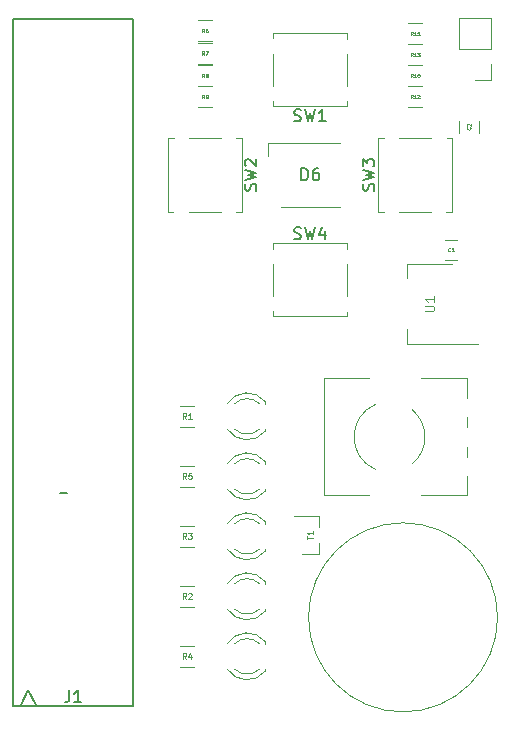
<source format=gbr>
G04 #@! TF.FileFunction,Legend,Top*
%FSLAX46Y46*%
G04 Gerber Fmt 4.6, Leading zero omitted, Abs format (unit mm)*
G04 Created by KiCad (PCBNEW 4.0.6) date Thursday, August 24, 2017 'PMt' 06:25:28 PM*
%MOMM*%
%LPD*%
G01*
G04 APERTURE LIST*
%ADD10C,0.100000*%
%ADD11C,0.120000*%
%ADD12C,0.150000*%
%ADD13C,0.050000*%
%ADD14C,0.075000*%
G04 APERTURE END LIST*
D10*
D11*
X86744871Y-120015000D02*
G75*
G03X86744871Y-120015000I-8004871J0D01*
G01*
X82304000Y-89750000D02*
X83304000Y-89750000D01*
X83304000Y-88050000D02*
X82304000Y-88050000D01*
X85178000Y-78986000D02*
X85178000Y-77986000D01*
X83478000Y-77986000D02*
X83478000Y-78986000D01*
X63859665Y-104075608D02*
G75*
G03X67092000Y-104232516I1672335J1078608D01*
G01*
X63859665Y-101918392D02*
G75*
G02X67092000Y-101761484I1672335J-1078608D01*
G01*
X64490870Y-104076837D02*
G75*
G03X66572961Y-104077000I1041130J1079837D01*
G01*
X64490870Y-101917163D02*
G75*
G02X66572961Y-101917000I1041130J-1079837D01*
G01*
X67092000Y-104233000D02*
X67092000Y-104077000D01*
X67092000Y-101917000D02*
X67092000Y-101761000D01*
X63859665Y-119315608D02*
G75*
G03X67092000Y-119472516I1672335J1078608D01*
G01*
X63859665Y-117158392D02*
G75*
G02X67092000Y-117001484I1672335J-1078608D01*
G01*
X64490870Y-119316837D02*
G75*
G03X66572961Y-119317000I1041130J1079837D01*
G01*
X64490870Y-117157163D02*
G75*
G02X66572961Y-117157000I1041130J-1079837D01*
G01*
X67092000Y-119473000D02*
X67092000Y-119317000D01*
X67092000Y-117157000D02*
X67092000Y-117001000D01*
X63859665Y-114235608D02*
G75*
G03X67092000Y-114392516I1672335J1078608D01*
G01*
X63859665Y-112078392D02*
G75*
G02X67092000Y-111921484I1672335J-1078608D01*
G01*
X64490870Y-114236837D02*
G75*
G03X66572961Y-114237000I1041130J1079837D01*
G01*
X64490870Y-112077163D02*
G75*
G02X66572961Y-112077000I1041130J-1079837D01*
G01*
X67092000Y-114393000D02*
X67092000Y-114237000D01*
X67092000Y-112077000D02*
X67092000Y-111921000D01*
X63859665Y-124395608D02*
G75*
G03X67092000Y-124552516I1672335J1078608D01*
G01*
X63859665Y-122238392D02*
G75*
G02X67092000Y-122081484I1672335J-1078608D01*
G01*
X64490870Y-124396837D02*
G75*
G03X66572961Y-124397000I1041130J1079837D01*
G01*
X64490870Y-122237163D02*
G75*
G02X66572961Y-122237000I1041130J-1079837D01*
G01*
X67092000Y-124553000D02*
X67092000Y-124397000D01*
X67092000Y-122237000D02*
X67092000Y-122081000D01*
X63859665Y-109155608D02*
G75*
G03X67092000Y-109312516I1672335J1078608D01*
G01*
X63859665Y-106998392D02*
G75*
G02X67092000Y-106841484I1672335J-1078608D01*
G01*
X64490870Y-109156837D02*
G75*
G03X66572961Y-109157000I1041130J1079837D01*
G01*
X64490870Y-106997163D02*
G75*
G02X66572961Y-106997000I1041130J-1079837D01*
G01*
X67092000Y-109313000D02*
X67092000Y-109157000D01*
X67092000Y-106997000D02*
X67092000Y-106841000D01*
X67266000Y-79850000D02*
X73366000Y-79850000D01*
X67266000Y-80950000D02*
X67266000Y-79850000D01*
X73366000Y-85250000D02*
X68366000Y-85250000D01*
D12*
X46355000Y-127460000D02*
X46990000Y-126190000D01*
X46990000Y-126190000D02*
X47625000Y-127460000D01*
X55880000Y-69370000D02*
X55880000Y-127490000D01*
X55880000Y-127490000D02*
X45720000Y-127490000D01*
X45720000Y-127490000D02*
X45720000Y-69370000D01*
X45720000Y-69370000D02*
X55880000Y-69370000D01*
X49720000Y-109510000D02*
X50270000Y-109510000D01*
D11*
X86166000Y-69282000D02*
X83506000Y-69282000D01*
X86166000Y-71882000D02*
X86166000Y-69282000D01*
X83506000Y-71882000D02*
X83506000Y-69282000D01*
X86166000Y-71882000D02*
X83506000Y-71882000D01*
X86166000Y-73152000D02*
X86166000Y-74482000D01*
X86166000Y-74482000D02*
X84836000Y-74482000D01*
X59852000Y-102117000D02*
X61052000Y-102117000D01*
X61052000Y-103877000D02*
X59852000Y-103877000D01*
X59852000Y-117357000D02*
X61052000Y-117357000D01*
X61052000Y-119117000D02*
X59852000Y-119117000D01*
X59852000Y-112277000D02*
X61052000Y-112277000D01*
X61052000Y-114037000D02*
X59852000Y-114037000D01*
X59852000Y-122437000D02*
X61052000Y-122437000D01*
X61052000Y-124197000D02*
X59852000Y-124197000D01*
X59852000Y-107197000D02*
X61052000Y-107197000D01*
X61052000Y-108957000D02*
X59852000Y-108957000D01*
X61376000Y-69478000D02*
X62576000Y-69478000D01*
X62576000Y-71238000D02*
X61376000Y-71238000D01*
X61376000Y-71383000D02*
X62576000Y-71383000D01*
X62576000Y-73143000D02*
X61376000Y-73143000D01*
X61376000Y-73288000D02*
X62576000Y-73288000D01*
X62576000Y-75048000D02*
X61376000Y-75048000D01*
X62576000Y-76826000D02*
X61376000Y-76826000D01*
X61376000Y-75066000D02*
X62576000Y-75066000D01*
X79156000Y-73288000D02*
X80356000Y-73288000D01*
X80356000Y-75048000D02*
X79156000Y-75048000D01*
X79156000Y-69732000D02*
X80356000Y-69732000D01*
X80356000Y-71492000D02*
X79156000Y-71492000D01*
X79156000Y-75066000D02*
X80356000Y-75066000D01*
X80356000Y-76826000D02*
X79156000Y-76826000D01*
X79156000Y-71510000D02*
X80356000Y-71510000D01*
X80356000Y-73270000D02*
X79156000Y-73270000D01*
X76418018Y-107497432D02*
G75*
G02X76417000Y-101973000I1171982J2762432D01*
G01*
X79518295Y-102437247D02*
G75*
G02X79518000Y-107033000I-1928295J-2297753D01*
G01*
X84150000Y-109696000D02*
X80284000Y-109696000D01*
X75895000Y-109696000D02*
X72030000Y-109696000D01*
X84150000Y-99775000D02*
X80284000Y-99775000D01*
X75895000Y-99775000D02*
X72030000Y-99775000D01*
X84150000Y-109696000D02*
X84150000Y-108060000D01*
X84150000Y-106410000D02*
X84150000Y-105560000D01*
X84150000Y-103910000D02*
X84150000Y-103060000D01*
X84150000Y-101410000D02*
X84150000Y-99775000D01*
X72030000Y-109696000D02*
X72030000Y-99775000D01*
X74016000Y-71010000D02*
X74016000Y-70560000D01*
X74016000Y-70560000D02*
X67716000Y-70560000D01*
X67716000Y-70560000D02*
X67716000Y-70960000D01*
X74016000Y-72310000D02*
X74016000Y-75010000D01*
X67716000Y-75010000D02*
X67716000Y-72310000D01*
X74016000Y-76760000D02*
X67716000Y-76760000D01*
X67716000Y-76760000D02*
X67716000Y-76310000D01*
X74016000Y-76310000D02*
X74016000Y-76760000D01*
X59326000Y-79400000D02*
X58876000Y-79400000D01*
X58876000Y-79400000D02*
X58876000Y-85700000D01*
X58876000Y-85700000D02*
X59276000Y-85700000D01*
X60626000Y-79400000D02*
X63326000Y-79400000D01*
X63326000Y-85700000D02*
X60626000Y-85700000D01*
X65076000Y-79400000D02*
X65076000Y-85700000D01*
X65076000Y-85700000D02*
X64626000Y-85700000D01*
X64626000Y-79400000D02*
X65076000Y-79400000D01*
X82406000Y-85700000D02*
X82856000Y-85700000D01*
X82856000Y-85700000D02*
X82856000Y-79400000D01*
X82856000Y-79400000D02*
X82456000Y-79400000D01*
X81106000Y-85700000D02*
X78406000Y-85700000D01*
X78406000Y-79400000D02*
X81106000Y-79400000D01*
X76656000Y-85700000D02*
X76656000Y-79400000D01*
X76656000Y-79400000D02*
X77106000Y-79400000D01*
X77106000Y-85700000D02*
X76656000Y-85700000D01*
X67716000Y-94090000D02*
X67716000Y-94540000D01*
X67716000Y-94540000D02*
X74016000Y-94540000D01*
X74016000Y-94540000D02*
X74016000Y-94140000D01*
X67716000Y-92790000D02*
X67716000Y-90090000D01*
X74016000Y-90090000D02*
X74016000Y-92790000D01*
X67716000Y-88340000D02*
X74016000Y-88340000D01*
X74016000Y-88340000D02*
X74016000Y-88790000D01*
X67716000Y-88790000D02*
X67716000Y-88340000D01*
X71626000Y-114610000D02*
X71626000Y-113680000D01*
X71626000Y-111450000D02*
X71626000Y-112380000D01*
X71626000Y-111450000D02*
X69466000Y-111450000D01*
X71626000Y-114610000D02*
X70166000Y-114610000D01*
X79116000Y-90062000D02*
X79116000Y-91322000D01*
X79116000Y-96882000D02*
X79116000Y-95622000D01*
X82876000Y-90062000D02*
X79116000Y-90062000D01*
X85126000Y-96882000D02*
X79116000Y-96882000D01*
D13*
X82754000Y-89007143D02*
X82739714Y-89021429D01*
X82696857Y-89035714D01*
X82668286Y-89035714D01*
X82625429Y-89021429D01*
X82596857Y-88992857D01*
X82582572Y-88964286D01*
X82568286Y-88907143D01*
X82568286Y-88864286D01*
X82582572Y-88807143D01*
X82596857Y-88778571D01*
X82625429Y-88750000D01*
X82668286Y-88735714D01*
X82696857Y-88735714D01*
X82739714Y-88750000D01*
X82754000Y-88764286D01*
X83039714Y-89035714D02*
X82868286Y-89035714D01*
X82954000Y-89035714D02*
X82954000Y-88735714D01*
X82925429Y-88778571D01*
X82896857Y-88807143D01*
X82868286Y-88821429D01*
X84435143Y-78536000D02*
X84449429Y-78550286D01*
X84463714Y-78593143D01*
X84463714Y-78621714D01*
X84449429Y-78664571D01*
X84420857Y-78693143D01*
X84392286Y-78707428D01*
X84335143Y-78721714D01*
X84292286Y-78721714D01*
X84235143Y-78707428D01*
X84206571Y-78693143D01*
X84178000Y-78664571D01*
X84163714Y-78621714D01*
X84163714Y-78593143D01*
X84178000Y-78550286D01*
X84192286Y-78536000D01*
X84192286Y-78421714D02*
X84178000Y-78407428D01*
X84163714Y-78378857D01*
X84163714Y-78307428D01*
X84178000Y-78278857D01*
X84192286Y-78264571D01*
X84220857Y-78250286D01*
X84249429Y-78250286D01*
X84292286Y-78264571D01*
X84463714Y-78436000D01*
X84463714Y-78250286D01*
D12*
X70127905Y-83002381D02*
X70127905Y-82002381D01*
X70366000Y-82002381D01*
X70508858Y-82050000D01*
X70604096Y-82145238D01*
X70651715Y-82240476D01*
X70699334Y-82430952D01*
X70699334Y-82573810D01*
X70651715Y-82764286D01*
X70604096Y-82859524D01*
X70508858Y-82954762D01*
X70366000Y-83002381D01*
X70127905Y-83002381D01*
X71556477Y-82002381D02*
X71366000Y-82002381D01*
X71270762Y-82050000D01*
X71223143Y-82097619D01*
X71127905Y-82240476D01*
X71080286Y-82430952D01*
X71080286Y-82811905D01*
X71127905Y-82907143D01*
X71175524Y-82954762D01*
X71270762Y-83002381D01*
X71461239Y-83002381D01*
X71556477Y-82954762D01*
X71604096Y-82907143D01*
X71651715Y-82811905D01*
X71651715Y-82573810D01*
X71604096Y-82478571D01*
X71556477Y-82430952D01*
X71461239Y-82383333D01*
X71270762Y-82383333D01*
X71175524Y-82430952D01*
X71127905Y-82478571D01*
X71080286Y-82573810D01*
X50466667Y-126198381D02*
X50466667Y-126912667D01*
X50419047Y-127055524D01*
X50323809Y-127150762D01*
X50180952Y-127198381D01*
X50085714Y-127198381D01*
X51466667Y-127198381D02*
X50895238Y-127198381D01*
X51180952Y-127198381D02*
X51180952Y-126198381D01*
X51085714Y-126341238D01*
X50990476Y-126436476D01*
X50895238Y-126484095D01*
D14*
X60368667Y-103223190D02*
X60202000Y-102985095D01*
X60082953Y-103223190D02*
X60082953Y-102723190D01*
X60273429Y-102723190D01*
X60321048Y-102747000D01*
X60344857Y-102770810D01*
X60368667Y-102818429D01*
X60368667Y-102889857D01*
X60344857Y-102937476D01*
X60321048Y-102961286D01*
X60273429Y-102985095D01*
X60082953Y-102985095D01*
X60844857Y-103223190D02*
X60559143Y-103223190D01*
X60702000Y-103223190D02*
X60702000Y-102723190D01*
X60654381Y-102794619D01*
X60606762Y-102842238D01*
X60559143Y-102866048D01*
X60368667Y-118463190D02*
X60202000Y-118225095D01*
X60082953Y-118463190D02*
X60082953Y-117963190D01*
X60273429Y-117963190D01*
X60321048Y-117987000D01*
X60344857Y-118010810D01*
X60368667Y-118058429D01*
X60368667Y-118129857D01*
X60344857Y-118177476D01*
X60321048Y-118201286D01*
X60273429Y-118225095D01*
X60082953Y-118225095D01*
X60559143Y-118010810D02*
X60582953Y-117987000D01*
X60630572Y-117963190D01*
X60749619Y-117963190D01*
X60797238Y-117987000D01*
X60821048Y-118010810D01*
X60844857Y-118058429D01*
X60844857Y-118106048D01*
X60821048Y-118177476D01*
X60535334Y-118463190D01*
X60844857Y-118463190D01*
X60368667Y-113383190D02*
X60202000Y-113145095D01*
X60082953Y-113383190D02*
X60082953Y-112883190D01*
X60273429Y-112883190D01*
X60321048Y-112907000D01*
X60344857Y-112930810D01*
X60368667Y-112978429D01*
X60368667Y-113049857D01*
X60344857Y-113097476D01*
X60321048Y-113121286D01*
X60273429Y-113145095D01*
X60082953Y-113145095D01*
X60535334Y-112883190D02*
X60844857Y-112883190D01*
X60678191Y-113073667D01*
X60749619Y-113073667D01*
X60797238Y-113097476D01*
X60821048Y-113121286D01*
X60844857Y-113168905D01*
X60844857Y-113287952D01*
X60821048Y-113335571D01*
X60797238Y-113359381D01*
X60749619Y-113383190D01*
X60606762Y-113383190D01*
X60559143Y-113359381D01*
X60535334Y-113335571D01*
X60368667Y-123543190D02*
X60202000Y-123305095D01*
X60082953Y-123543190D02*
X60082953Y-123043190D01*
X60273429Y-123043190D01*
X60321048Y-123067000D01*
X60344857Y-123090810D01*
X60368667Y-123138429D01*
X60368667Y-123209857D01*
X60344857Y-123257476D01*
X60321048Y-123281286D01*
X60273429Y-123305095D01*
X60082953Y-123305095D01*
X60797238Y-123209857D02*
X60797238Y-123543190D01*
X60678191Y-123019381D02*
X60559143Y-123376524D01*
X60868667Y-123376524D01*
X60368667Y-108303190D02*
X60202000Y-108065095D01*
X60082953Y-108303190D02*
X60082953Y-107803190D01*
X60273429Y-107803190D01*
X60321048Y-107827000D01*
X60344857Y-107850810D01*
X60368667Y-107898429D01*
X60368667Y-107969857D01*
X60344857Y-108017476D01*
X60321048Y-108041286D01*
X60273429Y-108065095D01*
X60082953Y-108065095D01*
X60821048Y-107803190D02*
X60582953Y-107803190D01*
X60559143Y-108041286D01*
X60582953Y-108017476D01*
X60630572Y-107993667D01*
X60749619Y-107993667D01*
X60797238Y-108017476D01*
X60821048Y-108041286D01*
X60844857Y-108088905D01*
X60844857Y-108207952D01*
X60821048Y-108255571D01*
X60797238Y-108279381D01*
X60749619Y-108303190D01*
X60630572Y-108303190D01*
X60582953Y-108279381D01*
X60559143Y-108255571D01*
D13*
X61926000Y-70493714D02*
X61826000Y-70350857D01*
X61754572Y-70493714D02*
X61754572Y-70193714D01*
X61868857Y-70193714D01*
X61897429Y-70208000D01*
X61911714Y-70222286D01*
X61926000Y-70250857D01*
X61926000Y-70293714D01*
X61911714Y-70322286D01*
X61897429Y-70336571D01*
X61868857Y-70350857D01*
X61754572Y-70350857D01*
X62183143Y-70193714D02*
X62126000Y-70193714D01*
X62097429Y-70208000D01*
X62083143Y-70222286D01*
X62054572Y-70265143D01*
X62040286Y-70322286D01*
X62040286Y-70436571D01*
X62054572Y-70465143D01*
X62068857Y-70479429D01*
X62097429Y-70493714D01*
X62154572Y-70493714D01*
X62183143Y-70479429D01*
X62197429Y-70465143D01*
X62211714Y-70436571D01*
X62211714Y-70365143D01*
X62197429Y-70336571D01*
X62183143Y-70322286D01*
X62154572Y-70308000D01*
X62097429Y-70308000D01*
X62068857Y-70322286D01*
X62054572Y-70336571D01*
X62040286Y-70365143D01*
X61926000Y-72398714D02*
X61826000Y-72255857D01*
X61754572Y-72398714D02*
X61754572Y-72098714D01*
X61868857Y-72098714D01*
X61897429Y-72113000D01*
X61911714Y-72127286D01*
X61926000Y-72155857D01*
X61926000Y-72198714D01*
X61911714Y-72227286D01*
X61897429Y-72241571D01*
X61868857Y-72255857D01*
X61754572Y-72255857D01*
X62026000Y-72098714D02*
X62226000Y-72098714D01*
X62097429Y-72398714D01*
X61926000Y-74303714D02*
X61826000Y-74160857D01*
X61754572Y-74303714D02*
X61754572Y-74003714D01*
X61868857Y-74003714D01*
X61897429Y-74018000D01*
X61911714Y-74032286D01*
X61926000Y-74060857D01*
X61926000Y-74103714D01*
X61911714Y-74132286D01*
X61897429Y-74146571D01*
X61868857Y-74160857D01*
X61754572Y-74160857D01*
X62097429Y-74132286D02*
X62068857Y-74118000D01*
X62054572Y-74103714D01*
X62040286Y-74075143D01*
X62040286Y-74060857D01*
X62054572Y-74032286D01*
X62068857Y-74018000D01*
X62097429Y-74003714D01*
X62154572Y-74003714D01*
X62183143Y-74018000D01*
X62197429Y-74032286D01*
X62211714Y-74060857D01*
X62211714Y-74075143D01*
X62197429Y-74103714D01*
X62183143Y-74118000D01*
X62154572Y-74132286D01*
X62097429Y-74132286D01*
X62068857Y-74146571D01*
X62054572Y-74160857D01*
X62040286Y-74189429D01*
X62040286Y-74246571D01*
X62054572Y-74275143D01*
X62068857Y-74289429D01*
X62097429Y-74303714D01*
X62154572Y-74303714D01*
X62183143Y-74289429D01*
X62197429Y-74275143D01*
X62211714Y-74246571D01*
X62211714Y-74189429D01*
X62197429Y-74160857D01*
X62183143Y-74146571D01*
X62154572Y-74132286D01*
X61926000Y-76081714D02*
X61826000Y-75938857D01*
X61754572Y-76081714D02*
X61754572Y-75781714D01*
X61868857Y-75781714D01*
X61897429Y-75796000D01*
X61911714Y-75810286D01*
X61926000Y-75838857D01*
X61926000Y-75881714D01*
X61911714Y-75910286D01*
X61897429Y-75924571D01*
X61868857Y-75938857D01*
X61754572Y-75938857D01*
X62068857Y-76081714D02*
X62126000Y-76081714D01*
X62154572Y-76067429D01*
X62168857Y-76053143D01*
X62197429Y-76010286D01*
X62211714Y-75953143D01*
X62211714Y-75838857D01*
X62197429Y-75810286D01*
X62183143Y-75796000D01*
X62154572Y-75781714D01*
X62097429Y-75781714D01*
X62068857Y-75796000D01*
X62054572Y-75810286D01*
X62040286Y-75838857D01*
X62040286Y-75910286D01*
X62054572Y-75938857D01*
X62068857Y-75953143D01*
X62097429Y-75967429D01*
X62154572Y-75967429D01*
X62183143Y-75953143D01*
X62197429Y-75938857D01*
X62211714Y-75910286D01*
X79563143Y-74303714D02*
X79463143Y-74160857D01*
X79391715Y-74303714D02*
X79391715Y-74003714D01*
X79506000Y-74003714D01*
X79534572Y-74018000D01*
X79548857Y-74032286D01*
X79563143Y-74060857D01*
X79563143Y-74103714D01*
X79548857Y-74132286D01*
X79534572Y-74146571D01*
X79506000Y-74160857D01*
X79391715Y-74160857D01*
X79848857Y-74303714D02*
X79677429Y-74303714D01*
X79763143Y-74303714D02*
X79763143Y-74003714D01*
X79734572Y-74046571D01*
X79706000Y-74075143D01*
X79677429Y-74089429D01*
X80034571Y-74003714D02*
X80063143Y-74003714D01*
X80091714Y-74018000D01*
X80106000Y-74032286D01*
X80120286Y-74060857D01*
X80134571Y-74118000D01*
X80134571Y-74189429D01*
X80120286Y-74246571D01*
X80106000Y-74275143D01*
X80091714Y-74289429D01*
X80063143Y-74303714D01*
X80034571Y-74303714D01*
X80006000Y-74289429D01*
X79991714Y-74275143D01*
X79977429Y-74246571D01*
X79963143Y-74189429D01*
X79963143Y-74118000D01*
X79977429Y-74060857D01*
X79991714Y-74032286D01*
X80006000Y-74018000D01*
X80034571Y-74003714D01*
X79563143Y-70747714D02*
X79463143Y-70604857D01*
X79391715Y-70747714D02*
X79391715Y-70447714D01*
X79506000Y-70447714D01*
X79534572Y-70462000D01*
X79548857Y-70476286D01*
X79563143Y-70504857D01*
X79563143Y-70547714D01*
X79548857Y-70576286D01*
X79534572Y-70590571D01*
X79506000Y-70604857D01*
X79391715Y-70604857D01*
X79848857Y-70747714D02*
X79677429Y-70747714D01*
X79763143Y-70747714D02*
X79763143Y-70447714D01*
X79734572Y-70490571D01*
X79706000Y-70519143D01*
X79677429Y-70533429D01*
X80134571Y-70747714D02*
X79963143Y-70747714D01*
X80048857Y-70747714D02*
X80048857Y-70447714D01*
X80020286Y-70490571D01*
X79991714Y-70519143D01*
X79963143Y-70533429D01*
X79563143Y-76081714D02*
X79463143Y-75938857D01*
X79391715Y-76081714D02*
X79391715Y-75781714D01*
X79506000Y-75781714D01*
X79534572Y-75796000D01*
X79548857Y-75810286D01*
X79563143Y-75838857D01*
X79563143Y-75881714D01*
X79548857Y-75910286D01*
X79534572Y-75924571D01*
X79506000Y-75938857D01*
X79391715Y-75938857D01*
X79848857Y-76081714D02*
X79677429Y-76081714D01*
X79763143Y-76081714D02*
X79763143Y-75781714D01*
X79734572Y-75824571D01*
X79706000Y-75853143D01*
X79677429Y-75867429D01*
X79963143Y-75810286D02*
X79977429Y-75796000D01*
X80006000Y-75781714D01*
X80077429Y-75781714D01*
X80106000Y-75796000D01*
X80120286Y-75810286D01*
X80134571Y-75838857D01*
X80134571Y-75867429D01*
X80120286Y-75910286D01*
X79948857Y-76081714D01*
X80134571Y-76081714D01*
X79563143Y-72525714D02*
X79463143Y-72382857D01*
X79391715Y-72525714D02*
X79391715Y-72225714D01*
X79506000Y-72225714D01*
X79534572Y-72240000D01*
X79548857Y-72254286D01*
X79563143Y-72282857D01*
X79563143Y-72325714D01*
X79548857Y-72354286D01*
X79534572Y-72368571D01*
X79506000Y-72382857D01*
X79391715Y-72382857D01*
X79848857Y-72525714D02*
X79677429Y-72525714D01*
X79763143Y-72525714D02*
X79763143Y-72225714D01*
X79734572Y-72268571D01*
X79706000Y-72297143D01*
X79677429Y-72311429D01*
X79948857Y-72225714D02*
X80134571Y-72225714D01*
X80034571Y-72340000D01*
X80077429Y-72340000D01*
X80106000Y-72354286D01*
X80120286Y-72368571D01*
X80134571Y-72397143D01*
X80134571Y-72468571D01*
X80120286Y-72497143D01*
X80106000Y-72511429D01*
X80077429Y-72525714D01*
X79991714Y-72525714D01*
X79963143Y-72511429D01*
X79948857Y-72497143D01*
D12*
X69532667Y-77964762D02*
X69675524Y-78012381D01*
X69913620Y-78012381D01*
X70008858Y-77964762D01*
X70056477Y-77917143D01*
X70104096Y-77821905D01*
X70104096Y-77726667D01*
X70056477Y-77631429D01*
X70008858Y-77583810D01*
X69913620Y-77536190D01*
X69723143Y-77488571D01*
X69627905Y-77440952D01*
X69580286Y-77393333D01*
X69532667Y-77298095D01*
X69532667Y-77202857D01*
X69580286Y-77107619D01*
X69627905Y-77060000D01*
X69723143Y-77012381D01*
X69961239Y-77012381D01*
X70104096Y-77060000D01*
X70437429Y-77012381D02*
X70675524Y-78012381D01*
X70866001Y-77298095D01*
X71056477Y-78012381D01*
X71294572Y-77012381D01*
X72199334Y-78012381D02*
X71627905Y-78012381D01*
X71913619Y-78012381D02*
X71913619Y-77012381D01*
X71818381Y-77155238D01*
X71723143Y-77250476D01*
X71627905Y-77298095D01*
X66280762Y-83883333D02*
X66328381Y-83740476D01*
X66328381Y-83502380D01*
X66280762Y-83407142D01*
X66233143Y-83359523D01*
X66137905Y-83311904D01*
X66042667Y-83311904D01*
X65947429Y-83359523D01*
X65899810Y-83407142D01*
X65852190Y-83502380D01*
X65804571Y-83692857D01*
X65756952Y-83788095D01*
X65709333Y-83835714D01*
X65614095Y-83883333D01*
X65518857Y-83883333D01*
X65423619Y-83835714D01*
X65376000Y-83788095D01*
X65328381Y-83692857D01*
X65328381Y-83454761D01*
X65376000Y-83311904D01*
X65328381Y-82978571D02*
X66328381Y-82740476D01*
X65614095Y-82549999D01*
X66328381Y-82359523D01*
X65328381Y-82121428D01*
X65423619Y-81788095D02*
X65376000Y-81740476D01*
X65328381Y-81645238D01*
X65328381Y-81407142D01*
X65376000Y-81311904D01*
X65423619Y-81264285D01*
X65518857Y-81216666D01*
X65614095Y-81216666D01*
X65756952Y-81264285D01*
X66328381Y-81835714D01*
X66328381Y-81216666D01*
X76260762Y-83883333D02*
X76308381Y-83740476D01*
X76308381Y-83502380D01*
X76260762Y-83407142D01*
X76213143Y-83359523D01*
X76117905Y-83311904D01*
X76022667Y-83311904D01*
X75927429Y-83359523D01*
X75879810Y-83407142D01*
X75832190Y-83502380D01*
X75784571Y-83692857D01*
X75736952Y-83788095D01*
X75689333Y-83835714D01*
X75594095Y-83883333D01*
X75498857Y-83883333D01*
X75403619Y-83835714D01*
X75356000Y-83788095D01*
X75308381Y-83692857D01*
X75308381Y-83454761D01*
X75356000Y-83311904D01*
X75308381Y-82978571D02*
X76308381Y-82740476D01*
X75594095Y-82549999D01*
X76308381Y-82359523D01*
X75308381Y-82121428D01*
X75308381Y-81835714D02*
X75308381Y-81216666D01*
X75689333Y-81550000D01*
X75689333Y-81407142D01*
X75736952Y-81311904D01*
X75784571Y-81264285D01*
X75879810Y-81216666D01*
X76117905Y-81216666D01*
X76213143Y-81264285D01*
X76260762Y-81311904D01*
X76308381Y-81407142D01*
X76308381Y-81692857D01*
X76260762Y-81788095D01*
X76213143Y-81835714D01*
X69532667Y-87944762D02*
X69675524Y-87992381D01*
X69913620Y-87992381D01*
X70008858Y-87944762D01*
X70056477Y-87897143D01*
X70104096Y-87801905D01*
X70104096Y-87706667D01*
X70056477Y-87611429D01*
X70008858Y-87563810D01*
X69913620Y-87516190D01*
X69723143Y-87468571D01*
X69627905Y-87420952D01*
X69580286Y-87373333D01*
X69532667Y-87278095D01*
X69532667Y-87182857D01*
X69580286Y-87087619D01*
X69627905Y-87040000D01*
X69723143Y-86992381D01*
X69961239Y-86992381D01*
X70104096Y-87040000D01*
X70437429Y-86992381D02*
X70675524Y-87992381D01*
X70866001Y-87278095D01*
X71056477Y-87992381D01*
X71294572Y-86992381D01*
X72104096Y-87325714D02*
X72104096Y-87992381D01*
X71866000Y-86944762D02*
X71627905Y-87659048D01*
X72246953Y-87659048D01*
D14*
X70592190Y-113410952D02*
X70592190Y-113125238D01*
X71092190Y-113268095D02*
X70592190Y-113268095D01*
X71092190Y-112696667D02*
X71092190Y-112982381D01*
X71092190Y-112839524D02*
X70592190Y-112839524D01*
X70663619Y-112887143D01*
X70711238Y-112934762D01*
X70735048Y-112982381D01*
D11*
X80587905Y-94081524D02*
X81235524Y-94081524D01*
X81311714Y-94043429D01*
X81349810Y-94005333D01*
X81387905Y-93929143D01*
X81387905Y-93776762D01*
X81349810Y-93700571D01*
X81311714Y-93662476D01*
X81235524Y-93624381D01*
X80587905Y-93624381D01*
X81387905Y-92824381D02*
X81387905Y-93281524D01*
X81387905Y-93052953D02*
X80587905Y-93052953D01*
X80702190Y-93129143D01*
X80778381Y-93205334D01*
X80816476Y-93281524D01*
M02*

</source>
